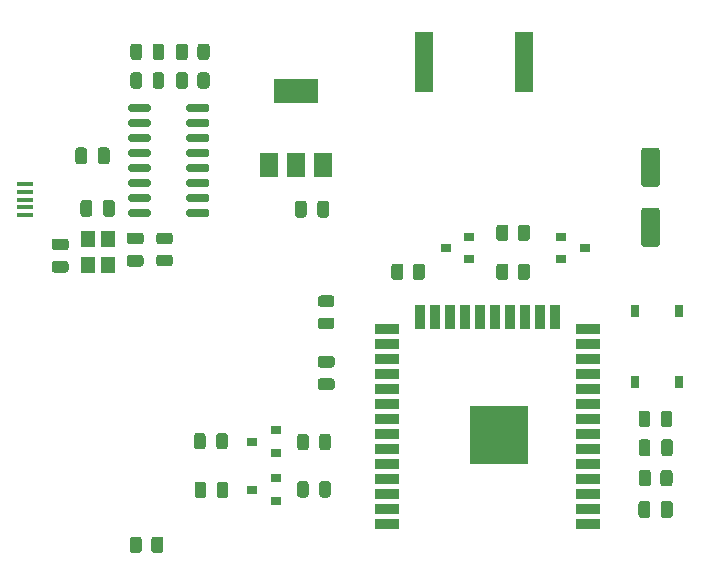
<source format=gtp>
G04 #@! TF.GenerationSoftware,KiCad,Pcbnew,(5.1.9-0-10_14)*
G04 #@! TF.CreationDate,2021-10-19T13:09:04+02:00*
G04 #@! TF.ProjectId,ithowifi_4l,6974686f-7769-4666-995f-346c2e6b6963,rev?*
G04 #@! TF.SameCoordinates,Original*
G04 #@! TF.FileFunction,Paste,Top*
G04 #@! TF.FilePolarity,Positive*
%FSLAX46Y46*%
G04 Gerber Fmt 4.6, Leading zero omitted, Abs format (unit mm)*
G04 Created by KiCad (PCBNEW (5.1.9-0-10_14)) date 2021-10-19 13:09:04*
%MOMM*%
%LPD*%
G01*
G04 APERTURE LIST*
%ADD10R,1.200000X1.400000*%
%ADD11R,0.750000X1.000000*%
%ADD12R,1.350000X0.400000*%
%ADD13R,1.500000X2.000000*%
%ADD14R,3.800000X2.000000*%
%ADD15R,0.900000X0.800000*%
%ADD16R,2.000000X0.900000*%
%ADD17R,0.900000X2.000000*%
%ADD18R,5.000000X5.000000*%
%ADD19R,1.500000X5.080000*%
G04 APERTURE END LIST*
D10*
X63842000Y-124503000D03*
X63842000Y-126703000D03*
X62142000Y-126703000D03*
X62142000Y-124503000D03*
G36*
G01*
X70513400Y-113564600D02*
X70513400Y-113264600D01*
G75*
G02*
X70663400Y-113114600I150000J0D01*
G01*
X72313400Y-113114600D01*
G75*
G02*
X72463400Y-113264600I0J-150000D01*
G01*
X72463400Y-113564600D01*
G75*
G02*
X72313400Y-113714600I-150000J0D01*
G01*
X70663400Y-113714600D01*
G75*
G02*
X70513400Y-113564600I0J150000D01*
G01*
G37*
G36*
G01*
X70513400Y-114834600D02*
X70513400Y-114534600D01*
G75*
G02*
X70663400Y-114384600I150000J0D01*
G01*
X72313400Y-114384600D01*
G75*
G02*
X72463400Y-114534600I0J-150000D01*
G01*
X72463400Y-114834600D01*
G75*
G02*
X72313400Y-114984600I-150000J0D01*
G01*
X70663400Y-114984600D01*
G75*
G02*
X70513400Y-114834600I0J150000D01*
G01*
G37*
G36*
G01*
X70513400Y-116104600D02*
X70513400Y-115804600D01*
G75*
G02*
X70663400Y-115654600I150000J0D01*
G01*
X72313400Y-115654600D01*
G75*
G02*
X72463400Y-115804600I0J-150000D01*
G01*
X72463400Y-116104600D01*
G75*
G02*
X72313400Y-116254600I-150000J0D01*
G01*
X70663400Y-116254600D01*
G75*
G02*
X70513400Y-116104600I0J150000D01*
G01*
G37*
G36*
G01*
X70513400Y-117374600D02*
X70513400Y-117074600D01*
G75*
G02*
X70663400Y-116924600I150000J0D01*
G01*
X72313400Y-116924600D01*
G75*
G02*
X72463400Y-117074600I0J-150000D01*
G01*
X72463400Y-117374600D01*
G75*
G02*
X72313400Y-117524600I-150000J0D01*
G01*
X70663400Y-117524600D01*
G75*
G02*
X70513400Y-117374600I0J150000D01*
G01*
G37*
G36*
G01*
X70513400Y-118644600D02*
X70513400Y-118344600D01*
G75*
G02*
X70663400Y-118194600I150000J0D01*
G01*
X72313400Y-118194600D01*
G75*
G02*
X72463400Y-118344600I0J-150000D01*
G01*
X72463400Y-118644600D01*
G75*
G02*
X72313400Y-118794600I-150000J0D01*
G01*
X70663400Y-118794600D01*
G75*
G02*
X70513400Y-118644600I0J150000D01*
G01*
G37*
G36*
G01*
X70513400Y-119914600D02*
X70513400Y-119614600D01*
G75*
G02*
X70663400Y-119464600I150000J0D01*
G01*
X72313400Y-119464600D01*
G75*
G02*
X72463400Y-119614600I0J-150000D01*
G01*
X72463400Y-119914600D01*
G75*
G02*
X72313400Y-120064600I-150000J0D01*
G01*
X70663400Y-120064600D01*
G75*
G02*
X70513400Y-119914600I0J150000D01*
G01*
G37*
G36*
G01*
X70513400Y-121184600D02*
X70513400Y-120884600D01*
G75*
G02*
X70663400Y-120734600I150000J0D01*
G01*
X72313400Y-120734600D01*
G75*
G02*
X72463400Y-120884600I0J-150000D01*
G01*
X72463400Y-121184600D01*
G75*
G02*
X72313400Y-121334600I-150000J0D01*
G01*
X70663400Y-121334600D01*
G75*
G02*
X70513400Y-121184600I0J150000D01*
G01*
G37*
G36*
G01*
X70513400Y-122454600D02*
X70513400Y-122154600D01*
G75*
G02*
X70663400Y-122004600I150000J0D01*
G01*
X72313400Y-122004600D01*
G75*
G02*
X72463400Y-122154600I0J-150000D01*
G01*
X72463400Y-122454600D01*
G75*
G02*
X72313400Y-122604600I-150000J0D01*
G01*
X70663400Y-122604600D01*
G75*
G02*
X70513400Y-122454600I0J150000D01*
G01*
G37*
G36*
G01*
X65563400Y-122454600D02*
X65563400Y-122154600D01*
G75*
G02*
X65713400Y-122004600I150000J0D01*
G01*
X67363400Y-122004600D01*
G75*
G02*
X67513400Y-122154600I0J-150000D01*
G01*
X67513400Y-122454600D01*
G75*
G02*
X67363400Y-122604600I-150000J0D01*
G01*
X65713400Y-122604600D01*
G75*
G02*
X65563400Y-122454600I0J150000D01*
G01*
G37*
G36*
G01*
X65563400Y-121184600D02*
X65563400Y-120884600D01*
G75*
G02*
X65713400Y-120734600I150000J0D01*
G01*
X67363400Y-120734600D01*
G75*
G02*
X67513400Y-120884600I0J-150000D01*
G01*
X67513400Y-121184600D01*
G75*
G02*
X67363400Y-121334600I-150000J0D01*
G01*
X65713400Y-121334600D01*
G75*
G02*
X65563400Y-121184600I0J150000D01*
G01*
G37*
G36*
G01*
X65563400Y-119914600D02*
X65563400Y-119614600D01*
G75*
G02*
X65713400Y-119464600I150000J0D01*
G01*
X67363400Y-119464600D01*
G75*
G02*
X67513400Y-119614600I0J-150000D01*
G01*
X67513400Y-119914600D01*
G75*
G02*
X67363400Y-120064600I-150000J0D01*
G01*
X65713400Y-120064600D01*
G75*
G02*
X65563400Y-119914600I0J150000D01*
G01*
G37*
G36*
G01*
X65563400Y-118644600D02*
X65563400Y-118344600D01*
G75*
G02*
X65713400Y-118194600I150000J0D01*
G01*
X67363400Y-118194600D01*
G75*
G02*
X67513400Y-118344600I0J-150000D01*
G01*
X67513400Y-118644600D01*
G75*
G02*
X67363400Y-118794600I-150000J0D01*
G01*
X65713400Y-118794600D01*
G75*
G02*
X65563400Y-118644600I0J150000D01*
G01*
G37*
G36*
G01*
X65563400Y-117374600D02*
X65563400Y-117074600D01*
G75*
G02*
X65713400Y-116924600I150000J0D01*
G01*
X67363400Y-116924600D01*
G75*
G02*
X67513400Y-117074600I0J-150000D01*
G01*
X67513400Y-117374600D01*
G75*
G02*
X67363400Y-117524600I-150000J0D01*
G01*
X65713400Y-117524600D01*
G75*
G02*
X65563400Y-117374600I0J150000D01*
G01*
G37*
G36*
G01*
X65563400Y-116104600D02*
X65563400Y-115804600D01*
G75*
G02*
X65713400Y-115654600I150000J0D01*
G01*
X67363400Y-115654600D01*
G75*
G02*
X67513400Y-115804600I0J-150000D01*
G01*
X67513400Y-116104600D01*
G75*
G02*
X67363400Y-116254600I-150000J0D01*
G01*
X65713400Y-116254600D01*
G75*
G02*
X65563400Y-116104600I0J150000D01*
G01*
G37*
G36*
G01*
X65563400Y-114834600D02*
X65563400Y-114534600D01*
G75*
G02*
X65713400Y-114384600I150000J0D01*
G01*
X67363400Y-114384600D01*
G75*
G02*
X67513400Y-114534600I0J-150000D01*
G01*
X67513400Y-114834600D01*
G75*
G02*
X67363400Y-114984600I-150000J0D01*
G01*
X65713400Y-114984600D01*
G75*
G02*
X65563400Y-114834600I0J150000D01*
G01*
G37*
G36*
G01*
X65563400Y-113564600D02*
X65563400Y-113264600D01*
G75*
G02*
X65713400Y-113114600I150000J0D01*
G01*
X67363400Y-113114600D01*
G75*
G02*
X67513400Y-113264600I0J-150000D01*
G01*
X67513400Y-113564600D01*
G75*
G02*
X67363400Y-113714600I-150000J0D01*
G01*
X65713400Y-113714600D01*
G75*
G02*
X65563400Y-113564600I0J150000D01*
G01*
G37*
G36*
G01*
X65692000Y-125860000D02*
X66642000Y-125860000D01*
G75*
G02*
X66892000Y-126110000I0J-250000D01*
G01*
X66892000Y-126610000D01*
G75*
G02*
X66642000Y-126860000I-250000J0D01*
G01*
X65692000Y-126860000D01*
G75*
G02*
X65442000Y-126610000I0J250000D01*
G01*
X65442000Y-126110000D01*
G75*
G02*
X65692000Y-125860000I250000J0D01*
G01*
G37*
G36*
G01*
X65692000Y-123960000D02*
X66642000Y-123960000D01*
G75*
G02*
X66892000Y-124210000I0J-250000D01*
G01*
X66892000Y-124710000D01*
G75*
G02*
X66642000Y-124960000I-250000J0D01*
G01*
X65692000Y-124960000D01*
G75*
G02*
X65442000Y-124710000I0J250000D01*
G01*
X65442000Y-124210000D01*
G75*
G02*
X65692000Y-123960000I250000J0D01*
G01*
G37*
G36*
G01*
X62542000Y-121445000D02*
X62542000Y-122395000D01*
G75*
G02*
X62292000Y-122645000I-250000J0D01*
G01*
X61792000Y-122645000D01*
G75*
G02*
X61542000Y-122395000I0J250000D01*
G01*
X61542000Y-121445000D01*
G75*
G02*
X61792000Y-121195000I250000J0D01*
G01*
X62292000Y-121195000D01*
G75*
G02*
X62542000Y-121445000I0J-250000D01*
G01*
G37*
G36*
G01*
X64442000Y-121445000D02*
X64442000Y-122395000D01*
G75*
G02*
X64192000Y-122645000I-250000J0D01*
G01*
X63692000Y-122645000D01*
G75*
G02*
X63442000Y-122395000I0J250000D01*
G01*
X63442000Y-121445000D01*
G75*
G02*
X63692000Y-121195000I250000J0D01*
G01*
X64192000Y-121195000D01*
G75*
G02*
X64442000Y-121445000I0J-250000D01*
G01*
G37*
D11*
X108471000Y-136638000D03*
X108471000Y-130638000D03*
X112221000Y-130638000D03*
X112221000Y-136638000D03*
D12*
X56853200Y-122468000D03*
X56853200Y-121818000D03*
X56853200Y-121168000D03*
X56853200Y-120518000D03*
X56853200Y-119868000D03*
G36*
G01*
X110701200Y-142664200D02*
X110701200Y-141714200D01*
G75*
G02*
X110951200Y-141464200I250000J0D01*
G01*
X111451200Y-141464200D01*
G75*
G02*
X111701200Y-141714200I0J-250000D01*
G01*
X111701200Y-142664200D01*
G75*
G02*
X111451200Y-142914200I-250000J0D01*
G01*
X110951200Y-142914200D01*
G75*
G02*
X110701200Y-142664200I0J250000D01*
G01*
G37*
G36*
G01*
X108801200Y-142664200D02*
X108801200Y-141714200D01*
G75*
G02*
X109051200Y-141464200I250000J0D01*
G01*
X109551200Y-141464200D01*
G75*
G02*
X109801200Y-141714200I0J-250000D01*
G01*
X109801200Y-142664200D01*
G75*
G02*
X109551200Y-142914200I-250000J0D01*
G01*
X109051200Y-142914200D01*
G75*
G02*
X108801200Y-142664200I0J250000D01*
G01*
G37*
G36*
G01*
X80687800Y-121508500D02*
X80687800Y-122458500D01*
G75*
G02*
X80437800Y-122708500I-250000J0D01*
G01*
X79937800Y-122708500D01*
G75*
G02*
X79687800Y-122458500I0J250000D01*
G01*
X79687800Y-121508500D01*
G75*
G02*
X79937800Y-121258500I250000J0D01*
G01*
X80437800Y-121258500D01*
G75*
G02*
X80687800Y-121508500I0J-250000D01*
G01*
G37*
G36*
G01*
X82587800Y-121508500D02*
X82587800Y-122458500D01*
G75*
G02*
X82337800Y-122708500I-250000J0D01*
G01*
X81837800Y-122708500D01*
G75*
G02*
X81587800Y-122458500I0J250000D01*
G01*
X81587800Y-121508500D01*
G75*
G02*
X81837800Y-121258500I250000J0D01*
G01*
X82337800Y-121258500D01*
G75*
G02*
X82587800Y-121508500I0J-250000D01*
G01*
G37*
G36*
G01*
X98577500Y-124436002D02*
X98577500Y-123535998D01*
G75*
G02*
X98827498Y-123286000I249998J0D01*
G01*
X99352502Y-123286000D01*
G75*
G02*
X99602500Y-123535998I0J-249998D01*
G01*
X99602500Y-124436002D01*
G75*
G02*
X99352502Y-124686000I-249998J0D01*
G01*
X98827498Y-124686000D01*
G75*
G02*
X98577500Y-124436002I0J249998D01*
G01*
G37*
G36*
G01*
X96752500Y-124436002D02*
X96752500Y-123535998D01*
G75*
G02*
X97002498Y-123286000I249998J0D01*
G01*
X97527502Y-123286000D01*
G75*
G02*
X97777500Y-123535998I0J-249998D01*
G01*
X97777500Y-124436002D01*
G75*
G02*
X97527502Y-124686000I-249998J0D01*
G01*
X97002498Y-124686000D01*
G75*
G02*
X96752500Y-124436002I0J249998D01*
G01*
G37*
G36*
G01*
X70649500Y-108215998D02*
X70649500Y-109116002D01*
G75*
G02*
X70399502Y-109366000I-249998J0D01*
G01*
X69874498Y-109366000D01*
G75*
G02*
X69624500Y-109116002I0J249998D01*
G01*
X69624500Y-108215998D01*
G75*
G02*
X69874498Y-107966000I249998J0D01*
G01*
X70399502Y-107966000D01*
G75*
G02*
X70649500Y-108215998I0J-249998D01*
G01*
G37*
G36*
G01*
X72474500Y-108215998D02*
X72474500Y-109116002D01*
G75*
G02*
X72224502Y-109366000I-249998J0D01*
G01*
X71699498Y-109366000D01*
G75*
G02*
X71449500Y-109116002I0J249998D01*
G01*
X71449500Y-108215998D01*
G75*
G02*
X71699498Y-107966000I249998J0D01*
G01*
X72224502Y-107966000D01*
G75*
G02*
X72474500Y-108215998I0J-249998D01*
G01*
G37*
G36*
G01*
X70649500Y-110641998D02*
X70649500Y-111542002D01*
G75*
G02*
X70399502Y-111792000I-249998J0D01*
G01*
X69874498Y-111792000D01*
G75*
G02*
X69624500Y-111542002I0J249998D01*
G01*
X69624500Y-110641998D01*
G75*
G02*
X69874498Y-110392000I249998J0D01*
G01*
X70399502Y-110392000D01*
G75*
G02*
X70649500Y-110641998I0J-249998D01*
G01*
G37*
G36*
G01*
X72474500Y-110641998D02*
X72474500Y-111542002D01*
G75*
G02*
X72224502Y-111792000I-249998J0D01*
G01*
X71699498Y-111792000D01*
G75*
G02*
X71449500Y-111542002I0J249998D01*
G01*
X71449500Y-110641998D01*
G75*
G02*
X71699498Y-110392000I249998J0D01*
G01*
X72224502Y-110392000D01*
G75*
G02*
X72474500Y-110641998I0J-249998D01*
G01*
G37*
G36*
G01*
X66742500Y-149951998D02*
X66742500Y-150852002D01*
G75*
G02*
X66492502Y-151102000I-249998J0D01*
G01*
X65967498Y-151102000D01*
G75*
G02*
X65717500Y-150852002I0J249998D01*
G01*
X65717500Y-149951998D01*
G75*
G02*
X65967498Y-149702000I249998J0D01*
G01*
X66492502Y-149702000D01*
G75*
G02*
X66742500Y-149951998I0J-249998D01*
G01*
G37*
G36*
G01*
X68567500Y-149951998D02*
X68567500Y-150852002D01*
G75*
G02*
X68317502Y-151102000I-249998J0D01*
G01*
X67792498Y-151102000D01*
G75*
G02*
X67542500Y-150852002I0J249998D01*
G01*
X67542500Y-149951998D01*
G75*
G02*
X67792498Y-149702000I249998J0D01*
G01*
X68317502Y-149702000D01*
G75*
G02*
X68567500Y-149951998I0J-249998D01*
G01*
G37*
G36*
G01*
X62100000Y-117000000D02*
X62100000Y-117950000D01*
G75*
G02*
X61850000Y-118200000I-250000J0D01*
G01*
X61350000Y-118200000D01*
G75*
G02*
X61100000Y-117950000I0J250000D01*
G01*
X61100000Y-117000000D01*
G75*
G02*
X61350000Y-116750000I250000J0D01*
G01*
X61850000Y-116750000D01*
G75*
G02*
X62100000Y-117000000I0J-250000D01*
G01*
G37*
G36*
G01*
X64000000Y-117000000D02*
X64000000Y-117950000D01*
G75*
G02*
X63750000Y-118200000I-250000J0D01*
G01*
X63250000Y-118200000D01*
G75*
G02*
X63000000Y-117950000I0J250000D01*
G01*
X63000000Y-117000000D01*
G75*
G02*
X63250000Y-116750000I250000J0D01*
G01*
X63750000Y-116750000D01*
G75*
G02*
X64000000Y-117000000I0J-250000D01*
G01*
G37*
G36*
G01*
X60292000Y-125468000D02*
X59342000Y-125468000D01*
G75*
G02*
X59092000Y-125218000I0J250000D01*
G01*
X59092000Y-124718000D01*
G75*
G02*
X59342000Y-124468000I250000J0D01*
G01*
X60292000Y-124468000D01*
G75*
G02*
X60542000Y-124718000I0J-250000D01*
G01*
X60542000Y-125218000D01*
G75*
G02*
X60292000Y-125468000I-250000J0D01*
G01*
G37*
G36*
G01*
X60292000Y-127368000D02*
X59342000Y-127368000D01*
G75*
G02*
X59092000Y-127118000I0J250000D01*
G01*
X59092000Y-126618000D01*
G75*
G02*
X59342000Y-126368000I250000J0D01*
G01*
X60292000Y-126368000D01*
G75*
G02*
X60542000Y-126618000I0J-250000D01*
G01*
X60542000Y-127118000D01*
G75*
G02*
X60292000Y-127368000I-250000J0D01*
G01*
G37*
D13*
X77477300Y-118267500D03*
X82077300Y-118267500D03*
X79777300Y-118267500D03*
D14*
X79777300Y-111967500D03*
G36*
G01*
X88887500Y-126837998D02*
X88887500Y-127738002D01*
G75*
G02*
X88637502Y-127988000I-249998J0D01*
G01*
X88112498Y-127988000D01*
G75*
G02*
X87862500Y-127738002I0J249998D01*
G01*
X87862500Y-126837998D01*
G75*
G02*
X88112498Y-126588000I249998J0D01*
G01*
X88637502Y-126588000D01*
G75*
G02*
X88887500Y-126837998I0J-249998D01*
G01*
G37*
G36*
G01*
X90712500Y-126837998D02*
X90712500Y-127738002D01*
G75*
G02*
X90462502Y-127988000I-249998J0D01*
G01*
X89937498Y-127988000D01*
G75*
G02*
X89687500Y-127738002I0J249998D01*
G01*
X89687500Y-126837998D01*
G75*
G02*
X89937498Y-126588000I249998J0D01*
G01*
X90462502Y-126588000D01*
G75*
G02*
X90712500Y-126837998I0J-249998D01*
G01*
G37*
G36*
G01*
X109842500Y-144304598D02*
X109842500Y-145204602D01*
G75*
G02*
X109592502Y-145454600I-249998J0D01*
G01*
X109067498Y-145454600D01*
G75*
G02*
X108817500Y-145204602I0J249998D01*
G01*
X108817500Y-144304598D01*
G75*
G02*
X109067498Y-144054600I249998J0D01*
G01*
X109592502Y-144054600D01*
G75*
G02*
X109842500Y-144304598I0J-249998D01*
G01*
G37*
G36*
G01*
X111667500Y-144304598D02*
X111667500Y-145204602D01*
G75*
G02*
X111417502Y-145454600I-249998J0D01*
G01*
X110892498Y-145454600D01*
G75*
G02*
X110642500Y-145204602I0J249998D01*
G01*
X110642500Y-144304598D01*
G75*
G02*
X110892498Y-144054600I249998J0D01*
G01*
X111417502Y-144054600D01*
G75*
G02*
X111667500Y-144304598I0J-249998D01*
G01*
G37*
G36*
G01*
X97777500Y-126837998D02*
X97777500Y-127738002D01*
G75*
G02*
X97527502Y-127988000I-249998J0D01*
G01*
X97002498Y-127988000D01*
G75*
G02*
X96752500Y-127738002I0J249998D01*
G01*
X96752500Y-126837998D01*
G75*
G02*
X97002498Y-126588000I249998J0D01*
G01*
X97527502Y-126588000D01*
G75*
G02*
X97777500Y-126837998I0J-249998D01*
G01*
G37*
G36*
G01*
X99602500Y-126837998D02*
X99602500Y-127738002D01*
G75*
G02*
X99352502Y-127988000I-249998J0D01*
G01*
X98827498Y-127988000D01*
G75*
G02*
X98577500Y-127738002I0J249998D01*
G01*
X98577500Y-126837998D01*
G75*
G02*
X98827498Y-126588000I249998J0D01*
G01*
X99352502Y-126588000D01*
G75*
G02*
X99602500Y-126837998I0J-249998D01*
G01*
G37*
D15*
X92455000Y-125256000D03*
X94455000Y-124306000D03*
X94455000Y-126206000D03*
X104250000Y-125256000D03*
X102250000Y-126206000D03*
X102250000Y-124306000D03*
G36*
G01*
X109782000Y-146937500D02*
X109782000Y-147887500D01*
G75*
G02*
X109532000Y-148137500I-250000J0D01*
G01*
X109032000Y-148137500D01*
G75*
G02*
X108782000Y-147887500I0J250000D01*
G01*
X108782000Y-146937500D01*
G75*
G02*
X109032000Y-146687500I250000J0D01*
G01*
X109532000Y-146687500D01*
G75*
G02*
X109782000Y-146937500I0J-250000D01*
G01*
G37*
G36*
G01*
X111682000Y-146937500D02*
X111682000Y-147887500D01*
G75*
G02*
X111432000Y-148137500I-250000J0D01*
G01*
X110932000Y-148137500D01*
G75*
G02*
X110682000Y-147887500I0J250000D01*
G01*
X110682000Y-146937500D01*
G75*
G02*
X110932000Y-146687500I250000J0D01*
G01*
X111432000Y-146687500D01*
G75*
G02*
X111682000Y-146937500I0J-250000D01*
G01*
G37*
G36*
G01*
X81867500Y-136308000D02*
X82817500Y-136308000D01*
G75*
G02*
X83067500Y-136558000I0J-250000D01*
G01*
X83067500Y-137058000D01*
G75*
G02*
X82817500Y-137308000I-250000J0D01*
G01*
X81867500Y-137308000D01*
G75*
G02*
X81617500Y-137058000I0J250000D01*
G01*
X81617500Y-136558000D01*
G75*
G02*
X81867500Y-136308000I250000J0D01*
G01*
G37*
G36*
G01*
X81867500Y-134408000D02*
X82817500Y-134408000D01*
G75*
G02*
X83067500Y-134658000I0J-250000D01*
G01*
X83067500Y-135158000D01*
G75*
G02*
X82817500Y-135408000I-250000J0D01*
G01*
X81867500Y-135408000D01*
G75*
G02*
X81617500Y-135158000I0J250000D01*
G01*
X81617500Y-134658000D01*
G75*
G02*
X81867500Y-134408000I250000J0D01*
G01*
G37*
G36*
G01*
X110357000Y-120114000D02*
X109257000Y-120114000D01*
G75*
G02*
X109007000Y-119864000I0J250000D01*
G01*
X109007000Y-117039000D01*
G75*
G02*
X109257000Y-116789000I250000J0D01*
G01*
X110357000Y-116789000D01*
G75*
G02*
X110607000Y-117039000I0J-250000D01*
G01*
X110607000Y-119864000D01*
G75*
G02*
X110357000Y-120114000I-250000J0D01*
G01*
G37*
G36*
G01*
X110357000Y-125189000D02*
X109257000Y-125189000D01*
G75*
G02*
X109007000Y-124939000I0J250000D01*
G01*
X109007000Y-122114000D01*
G75*
G02*
X109257000Y-121864000I250000J0D01*
G01*
X110357000Y-121864000D01*
G75*
G02*
X110607000Y-122114000I0J-250000D01*
G01*
X110607000Y-124939000D01*
G75*
G02*
X110357000Y-125189000I-250000J0D01*
G01*
G37*
D16*
X87477600Y-148615400D03*
X87477600Y-147345400D03*
X87477600Y-146075400D03*
X87477600Y-144805400D03*
X87477600Y-143535400D03*
X87477600Y-142265400D03*
X87477600Y-140995400D03*
X87477600Y-139725400D03*
X87477600Y-138455400D03*
X87477600Y-137185400D03*
X87477600Y-135915400D03*
X87477600Y-134645400D03*
X87477600Y-133375400D03*
X87477600Y-132105400D03*
D17*
X90262600Y-131105400D03*
X91532600Y-131105400D03*
X92802600Y-131105400D03*
X94072600Y-131105400D03*
X95342600Y-131105400D03*
X96612600Y-131105400D03*
X97882600Y-131105400D03*
X99152600Y-131105400D03*
X100422600Y-131105400D03*
X101692600Y-131105400D03*
D16*
X104477600Y-132105400D03*
X104477600Y-133375400D03*
X104477600Y-134645400D03*
X104477600Y-135915400D03*
X104477600Y-137185400D03*
X104477600Y-138455400D03*
X104477600Y-139725400D03*
X104477600Y-140995400D03*
X104477600Y-142265400D03*
X104477600Y-143535400D03*
X104477600Y-144805400D03*
X104477600Y-146075400D03*
X104477600Y-147345400D03*
X104477600Y-148615400D03*
D18*
X96977600Y-141115400D03*
G36*
G01*
X109769000Y-139277750D02*
X109769000Y-140190250D01*
G75*
G02*
X109525250Y-140434000I-243750J0D01*
G01*
X109037750Y-140434000D01*
G75*
G02*
X108794000Y-140190250I0J243750D01*
G01*
X108794000Y-139277750D01*
G75*
G02*
X109037750Y-139034000I243750J0D01*
G01*
X109525250Y-139034000D01*
G75*
G02*
X109769000Y-139277750I0J-243750D01*
G01*
G37*
G36*
G01*
X111644000Y-139277750D02*
X111644000Y-140190250D01*
G75*
G02*
X111400250Y-140434000I-243750J0D01*
G01*
X110912750Y-140434000D01*
G75*
G02*
X110669000Y-140190250I0J243750D01*
G01*
X110669000Y-139277750D01*
G75*
G02*
X110912750Y-139034000I243750J0D01*
G01*
X111400250Y-139034000D01*
G75*
G02*
X111644000Y-139277750I0J-243750D01*
G01*
G37*
G36*
G01*
X67649500Y-111548250D02*
X67649500Y-110635750D01*
G75*
G02*
X67893250Y-110392000I243750J0D01*
G01*
X68380750Y-110392000D01*
G75*
G02*
X68624500Y-110635750I0J-243750D01*
G01*
X68624500Y-111548250D01*
G75*
G02*
X68380750Y-111792000I-243750J0D01*
G01*
X67893250Y-111792000D01*
G75*
G02*
X67649500Y-111548250I0J243750D01*
G01*
G37*
G36*
G01*
X65774500Y-111548250D02*
X65774500Y-110635750D01*
G75*
G02*
X66018250Y-110392000I243750J0D01*
G01*
X66505750Y-110392000D01*
G75*
G02*
X66749500Y-110635750I0J-243750D01*
G01*
X66749500Y-111548250D01*
G75*
G02*
X66505750Y-111792000I-243750J0D01*
G01*
X66018250Y-111792000D01*
G75*
G02*
X65774500Y-111548250I0J243750D01*
G01*
G37*
G36*
G01*
X81886250Y-131167000D02*
X82798750Y-131167000D01*
G75*
G02*
X83042500Y-131410750I0J-243750D01*
G01*
X83042500Y-131898250D01*
G75*
G02*
X82798750Y-132142000I-243750J0D01*
G01*
X81886250Y-132142000D01*
G75*
G02*
X81642500Y-131898250I0J243750D01*
G01*
X81642500Y-131410750D01*
G75*
G02*
X81886250Y-131167000I243750J0D01*
G01*
G37*
G36*
G01*
X81886250Y-129292000D02*
X82798750Y-129292000D01*
G75*
G02*
X83042500Y-129535750I0J-243750D01*
G01*
X83042500Y-130023250D01*
G75*
G02*
X82798750Y-130267000I-243750J0D01*
G01*
X81886250Y-130267000D01*
G75*
G02*
X81642500Y-130023250I0J243750D01*
G01*
X81642500Y-129535750D01*
G75*
G02*
X81886250Y-129292000I243750J0D01*
G01*
G37*
D19*
X90631400Y-109548400D03*
X99131400Y-109548400D03*
G36*
G01*
X67649500Y-109122250D02*
X67649500Y-108209750D01*
G75*
G02*
X67893250Y-107966000I243750J0D01*
G01*
X68380750Y-107966000D01*
G75*
G02*
X68624500Y-108209750I0J-243750D01*
G01*
X68624500Y-109122250D01*
G75*
G02*
X68380750Y-109366000I-243750J0D01*
G01*
X67893250Y-109366000D01*
G75*
G02*
X67649500Y-109122250I0J243750D01*
G01*
G37*
G36*
G01*
X65774500Y-109122250D02*
X65774500Y-108209750D01*
G75*
G02*
X66018250Y-107966000I243750J0D01*
G01*
X66505750Y-107966000D01*
G75*
G02*
X66749500Y-108209750I0J-243750D01*
G01*
X66749500Y-109122250D01*
G75*
G02*
X66505750Y-109366000I-243750J0D01*
G01*
X66018250Y-109366000D01*
G75*
G02*
X65774500Y-109122250I0J243750D01*
G01*
G37*
G36*
G01*
X68199950Y-125847500D02*
X69112450Y-125847500D01*
G75*
G02*
X69356200Y-126091250I0J-243750D01*
G01*
X69356200Y-126578750D01*
G75*
G02*
X69112450Y-126822500I-243750J0D01*
G01*
X68199950Y-126822500D01*
G75*
G02*
X67956200Y-126578750I0J243750D01*
G01*
X67956200Y-126091250D01*
G75*
G02*
X68199950Y-125847500I243750J0D01*
G01*
G37*
G36*
G01*
X68199950Y-123972500D02*
X69112450Y-123972500D01*
G75*
G02*
X69356200Y-124216250I0J-243750D01*
G01*
X69356200Y-124703750D01*
G75*
G02*
X69112450Y-124947500I-243750J0D01*
G01*
X68199950Y-124947500D01*
G75*
G02*
X67956200Y-124703750I0J243750D01*
G01*
X67956200Y-124216250D01*
G75*
G02*
X68199950Y-123972500I243750J0D01*
G01*
G37*
G36*
G01*
X72128500Y-141170250D02*
X72128500Y-142082750D01*
G75*
G02*
X71884750Y-142326500I-243750J0D01*
G01*
X71397250Y-142326500D01*
G75*
G02*
X71153500Y-142082750I0J243750D01*
G01*
X71153500Y-141170250D01*
G75*
G02*
X71397250Y-140926500I243750J0D01*
G01*
X71884750Y-140926500D01*
G75*
G02*
X72128500Y-141170250I0J-243750D01*
G01*
G37*
G36*
G01*
X74003500Y-141170250D02*
X74003500Y-142082750D01*
G75*
G02*
X73759750Y-142326500I-243750J0D01*
G01*
X73272250Y-142326500D01*
G75*
G02*
X73028500Y-142082750I0J243750D01*
G01*
X73028500Y-141170250D01*
G75*
G02*
X73272250Y-140926500I243750J0D01*
G01*
X73759750Y-140926500D01*
G75*
G02*
X74003500Y-141170250I0J-243750D01*
G01*
G37*
G36*
G01*
X72181000Y-145298750D02*
X72181000Y-146211250D01*
G75*
G02*
X71937250Y-146455000I-243750J0D01*
G01*
X71449750Y-146455000D01*
G75*
G02*
X71206000Y-146211250I0J243750D01*
G01*
X71206000Y-145298750D01*
G75*
G02*
X71449750Y-145055000I243750J0D01*
G01*
X71937250Y-145055000D01*
G75*
G02*
X72181000Y-145298750I0J-243750D01*
G01*
G37*
G36*
G01*
X74056000Y-145298750D02*
X74056000Y-146211250D01*
G75*
G02*
X73812250Y-146455000I-243750J0D01*
G01*
X73324750Y-146455000D01*
G75*
G02*
X73081000Y-146211250I0J243750D01*
G01*
X73081000Y-145298750D01*
G75*
G02*
X73324750Y-145055000I243750J0D01*
G01*
X73812250Y-145055000D01*
G75*
G02*
X74056000Y-145298750I0J-243750D01*
G01*
G37*
G36*
G01*
X81761500Y-142158750D02*
X81761500Y-141246250D01*
G75*
G02*
X82005250Y-141002500I243750J0D01*
G01*
X82492750Y-141002500D01*
G75*
G02*
X82736500Y-141246250I0J-243750D01*
G01*
X82736500Y-142158750D01*
G75*
G02*
X82492750Y-142402500I-243750J0D01*
G01*
X82005250Y-142402500D01*
G75*
G02*
X81761500Y-142158750I0J243750D01*
G01*
G37*
G36*
G01*
X79886500Y-142158750D02*
X79886500Y-141246250D01*
G75*
G02*
X80130250Y-141002500I243750J0D01*
G01*
X80617750Y-141002500D01*
G75*
G02*
X80861500Y-141246250I0J-243750D01*
G01*
X80861500Y-142158750D01*
G75*
G02*
X80617750Y-142402500I-243750J0D01*
G01*
X80130250Y-142402500D01*
G75*
G02*
X79886500Y-142158750I0J243750D01*
G01*
G37*
G36*
G01*
X81761500Y-146159250D02*
X81761500Y-145246750D01*
G75*
G02*
X82005250Y-145003000I243750J0D01*
G01*
X82492750Y-145003000D01*
G75*
G02*
X82736500Y-145246750I0J-243750D01*
G01*
X82736500Y-146159250D01*
G75*
G02*
X82492750Y-146403000I-243750J0D01*
G01*
X82005250Y-146403000D01*
G75*
G02*
X81761500Y-146159250I0J243750D01*
G01*
G37*
G36*
G01*
X79886500Y-146159250D02*
X79886500Y-145246750D01*
G75*
G02*
X80130250Y-145003000I243750J0D01*
G01*
X80617750Y-145003000D01*
G75*
G02*
X80861500Y-145246750I0J-243750D01*
G01*
X80861500Y-146159250D01*
G75*
G02*
X80617750Y-146403000I-243750J0D01*
G01*
X80130250Y-146403000D01*
G75*
G02*
X79886500Y-146159250I0J243750D01*
G01*
G37*
D15*
X76061000Y-141667100D03*
X78061000Y-140717100D03*
X78061000Y-142617100D03*
X76061000Y-145729600D03*
X78061000Y-144779600D03*
X78061000Y-146679600D03*
M02*

</source>
